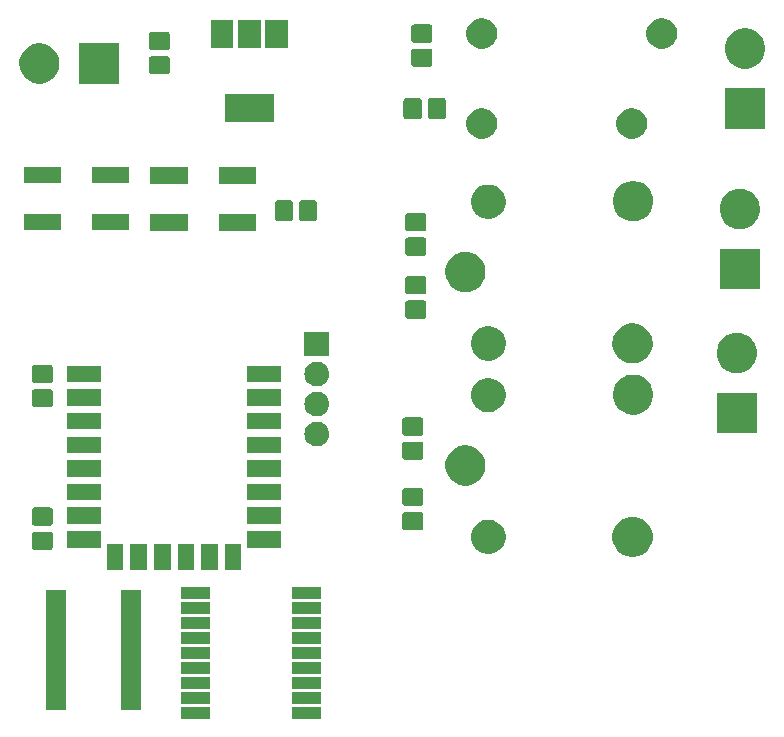
<source format=gbr>
G04 #@! TF.GenerationSoftware,KiCad,Pcbnew,5.0.1-33cea8e~68~ubuntu18.04.1*
G04 #@! TF.CreationDate,2018-11-29T09:05:56+01:00*
G04 #@! TF.ProjectId,Velux,56656C75782E6B696361645F70636200,rev?*
G04 #@! TF.SameCoordinates,Original*
G04 #@! TF.FileFunction,Soldermask,Top*
G04 #@! TF.FilePolarity,Negative*
%FSLAX46Y46*%
G04 Gerber Fmt 4.6, Leading zero omitted, Abs format (unit mm)*
G04 Created by KiCad (PCBNEW 5.0.1-33cea8e~68~ubuntu18.04.1) date jeu. 29 nov. 2018 09:05:56 CET*
%MOMM*%
%LPD*%
G01*
G04 APERTURE LIST*
%ADD10C,0.100000*%
G04 APERTURE END LIST*
D10*
G36*
X159062000Y-105021000D02*
X156662000Y-105021000D01*
X156662000Y-104021000D01*
X159062000Y-104021000D01*
X159062000Y-105021000D01*
X159062000Y-105021000D01*
G37*
G36*
X149662000Y-105021000D02*
X147262000Y-105021000D01*
X147262000Y-104021000D01*
X149662000Y-104021000D01*
X149662000Y-105021000D01*
X149662000Y-105021000D01*
G37*
G36*
X137552000Y-104242000D02*
X135852000Y-104242000D01*
X135852000Y-94142000D01*
X137552000Y-94142000D01*
X137552000Y-104242000D01*
X137552000Y-104242000D01*
G37*
G36*
X143852000Y-104242000D02*
X142152000Y-104242000D01*
X142152000Y-94142000D01*
X143852000Y-94142000D01*
X143852000Y-104242000D01*
X143852000Y-104242000D01*
G37*
G36*
X159062000Y-103751000D02*
X156662000Y-103751000D01*
X156662000Y-102751000D01*
X159062000Y-102751000D01*
X159062000Y-103751000D01*
X159062000Y-103751000D01*
G37*
G36*
X149662000Y-103751000D02*
X147262000Y-103751000D01*
X147262000Y-102751000D01*
X149662000Y-102751000D01*
X149662000Y-103751000D01*
X149662000Y-103751000D01*
G37*
G36*
X149662000Y-102481000D02*
X147262000Y-102481000D01*
X147262000Y-101481000D01*
X149662000Y-101481000D01*
X149662000Y-102481000D01*
X149662000Y-102481000D01*
G37*
G36*
X159062000Y-102481000D02*
X156662000Y-102481000D01*
X156662000Y-101481000D01*
X159062000Y-101481000D01*
X159062000Y-102481000D01*
X159062000Y-102481000D01*
G37*
G36*
X159062000Y-101211000D02*
X156662000Y-101211000D01*
X156662000Y-100211000D01*
X159062000Y-100211000D01*
X159062000Y-101211000D01*
X159062000Y-101211000D01*
G37*
G36*
X149662000Y-101211000D02*
X147262000Y-101211000D01*
X147262000Y-100211000D01*
X149662000Y-100211000D01*
X149662000Y-101211000D01*
X149662000Y-101211000D01*
G37*
G36*
X159062000Y-99941000D02*
X156662000Y-99941000D01*
X156662000Y-98941000D01*
X159062000Y-98941000D01*
X159062000Y-99941000D01*
X159062000Y-99941000D01*
G37*
G36*
X149662000Y-99941000D02*
X147262000Y-99941000D01*
X147262000Y-98941000D01*
X149662000Y-98941000D01*
X149662000Y-99941000D01*
X149662000Y-99941000D01*
G37*
G36*
X159062000Y-98671000D02*
X156662000Y-98671000D01*
X156662000Y-97671000D01*
X159062000Y-97671000D01*
X159062000Y-98671000D01*
X159062000Y-98671000D01*
G37*
G36*
X149662000Y-98671000D02*
X147262000Y-98671000D01*
X147262000Y-97671000D01*
X149662000Y-97671000D01*
X149662000Y-98671000D01*
X149662000Y-98671000D01*
G37*
G36*
X149662000Y-97401000D02*
X147262000Y-97401000D01*
X147262000Y-96401000D01*
X149662000Y-96401000D01*
X149662000Y-97401000D01*
X149662000Y-97401000D01*
G37*
G36*
X159062000Y-97401000D02*
X156662000Y-97401000D01*
X156662000Y-96401000D01*
X159062000Y-96401000D01*
X159062000Y-97401000D01*
X159062000Y-97401000D01*
G37*
G36*
X159062000Y-96131000D02*
X156662000Y-96131000D01*
X156662000Y-95131000D01*
X159062000Y-95131000D01*
X159062000Y-96131000D01*
X159062000Y-96131000D01*
G37*
G36*
X149662000Y-96131000D02*
X147262000Y-96131000D01*
X147262000Y-95131000D01*
X149662000Y-95131000D01*
X149662000Y-96131000D01*
X149662000Y-96131000D01*
G37*
G36*
X159062000Y-94861000D02*
X156662000Y-94861000D01*
X156662000Y-93861000D01*
X159062000Y-93861000D01*
X159062000Y-94861000D01*
X159062000Y-94861000D01*
G37*
G36*
X149662000Y-94861000D02*
X147262000Y-94861000D01*
X147262000Y-93861000D01*
X149662000Y-93861000D01*
X149662000Y-94861000D01*
X149662000Y-94861000D01*
G37*
G36*
X142365000Y-92419000D02*
X140965000Y-92419000D01*
X140965000Y-90219000D01*
X142365000Y-90219000D01*
X142365000Y-92419000D01*
X142365000Y-92419000D01*
G37*
G36*
X150365000Y-92419000D02*
X148965000Y-92419000D01*
X148965000Y-90219000D01*
X150365000Y-90219000D01*
X150365000Y-92419000D01*
X150365000Y-92419000D01*
G37*
G36*
X152365000Y-92419000D02*
X150965000Y-92419000D01*
X150965000Y-90219000D01*
X152365000Y-90219000D01*
X152365000Y-92419000D01*
X152365000Y-92419000D01*
G37*
G36*
X148365000Y-92419000D02*
X146965000Y-92419000D01*
X146965000Y-90219000D01*
X148365000Y-90219000D01*
X148365000Y-92419000D01*
X148365000Y-92419000D01*
G37*
G36*
X146365000Y-92419000D02*
X144965000Y-92419000D01*
X144965000Y-90219000D01*
X146365000Y-90219000D01*
X146365000Y-92419000D01*
X146365000Y-92419000D01*
G37*
G36*
X144365000Y-92419000D02*
X142965000Y-92419000D01*
X142965000Y-90219000D01*
X144365000Y-90219000D01*
X144365000Y-92419000D01*
X144365000Y-92419000D01*
G37*
G36*
X185859393Y-87959553D02*
X185968872Y-87981330D01*
X186278252Y-88109479D01*
X186556687Y-88295523D01*
X186793477Y-88532313D01*
X186979521Y-88810748D01*
X187107670Y-89120128D01*
X187107670Y-89120129D01*
X187169595Y-89431444D01*
X187173000Y-89448565D01*
X187173000Y-89783435D01*
X187107670Y-90111872D01*
X186979521Y-90421252D01*
X186793477Y-90699687D01*
X186556687Y-90936477D01*
X186278252Y-91122521D01*
X185968872Y-91250670D01*
X185859393Y-91272447D01*
X185640437Y-91316000D01*
X185305563Y-91316000D01*
X185086607Y-91272447D01*
X184977128Y-91250670D01*
X184667748Y-91122521D01*
X184389313Y-90936477D01*
X184152523Y-90699687D01*
X183966479Y-90421252D01*
X183838330Y-90111872D01*
X183773000Y-89783435D01*
X183773000Y-89448565D01*
X183776406Y-89431444D01*
X183838330Y-89120129D01*
X183838330Y-89120128D01*
X183966479Y-88810748D01*
X184152523Y-88532313D01*
X184389313Y-88295523D01*
X184667748Y-88109479D01*
X184977128Y-87981330D01*
X185086607Y-87959553D01*
X185305563Y-87916000D01*
X185640437Y-87916000D01*
X185859393Y-87959553D01*
X185859393Y-87959553D01*
G37*
G36*
X173695947Y-88221722D02*
X173959833Y-88331027D01*
X174197324Y-88489713D01*
X174399287Y-88691676D01*
X174557973Y-88929167D01*
X174667278Y-89193053D01*
X174723000Y-89473186D01*
X174723000Y-89758814D01*
X174667278Y-90038947D01*
X174557973Y-90302833D01*
X174399287Y-90540324D01*
X174197324Y-90742287D01*
X173959833Y-90900973D01*
X173695947Y-91010278D01*
X173415814Y-91066000D01*
X173130186Y-91066000D01*
X172850053Y-91010278D01*
X172586167Y-90900973D01*
X172348676Y-90742287D01*
X172146713Y-90540324D01*
X171988027Y-90302833D01*
X171878722Y-90038947D01*
X171823000Y-89758814D01*
X171823000Y-89473186D01*
X171878722Y-89193053D01*
X171988027Y-88929167D01*
X172146713Y-88691676D01*
X172348676Y-88489713D01*
X172586167Y-88331027D01*
X172850053Y-88221722D01*
X173130186Y-88166000D01*
X173415814Y-88166000D01*
X173695947Y-88221722D01*
X173695947Y-88221722D01*
G37*
G36*
X136194530Y-89164710D02*
X136244379Y-89179831D01*
X136290311Y-89204382D01*
X136330574Y-89237426D01*
X136363618Y-89277689D01*
X136388169Y-89323621D01*
X136403290Y-89373470D01*
X136409000Y-89431444D01*
X136409000Y-90436556D01*
X136403290Y-90494530D01*
X136388169Y-90544379D01*
X136363618Y-90590311D01*
X136330574Y-90630574D01*
X136290311Y-90663618D01*
X136244379Y-90688169D01*
X136194530Y-90703290D01*
X136136556Y-90709000D01*
X134881444Y-90709000D01*
X134823470Y-90703290D01*
X134773621Y-90688169D01*
X134727689Y-90663618D01*
X134687426Y-90630574D01*
X134654382Y-90590311D01*
X134629831Y-90544379D01*
X134614710Y-90494530D01*
X134609000Y-90436556D01*
X134609000Y-89431444D01*
X134614710Y-89373470D01*
X134629831Y-89323621D01*
X134654382Y-89277689D01*
X134687426Y-89237426D01*
X134727689Y-89204382D01*
X134773621Y-89179831D01*
X134823470Y-89164710D01*
X134881444Y-89159000D01*
X136136556Y-89159000D01*
X136194530Y-89164710D01*
X136194530Y-89164710D01*
G37*
G36*
X155715000Y-90519000D02*
X152815000Y-90519000D01*
X152815000Y-89119000D01*
X155715000Y-89119000D01*
X155715000Y-90519000D01*
X155715000Y-90519000D01*
G37*
G36*
X140515000Y-90519000D02*
X137615000Y-90519000D01*
X137615000Y-89119000D01*
X140515000Y-89119000D01*
X140515000Y-90519000D01*
X140515000Y-90519000D01*
G37*
G36*
X167563530Y-87495710D02*
X167613379Y-87510831D01*
X167659311Y-87535382D01*
X167699574Y-87568426D01*
X167732618Y-87608689D01*
X167757169Y-87654621D01*
X167772290Y-87704470D01*
X167778000Y-87762444D01*
X167778000Y-88767556D01*
X167772290Y-88825530D01*
X167757169Y-88875379D01*
X167732618Y-88921311D01*
X167699574Y-88961574D01*
X167659311Y-88994618D01*
X167613379Y-89019169D01*
X167563530Y-89034290D01*
X167505556Y-89040000D01*
X166250444Y-89040000D01*
X166192470Y-89034290D01*
X166142621Y-89019169D01*
X166096689Y-88994618D01*
X166056426Y-88961574D01*
X166023382Y-88921311D01*
X165998831Y-88875379D01*
X165983710Y-88825530D01*
X165978000Y-88767556D01*
X165978000Y-87762444D01*
X165983710Y-87704470D01*
X165998831Y-87654621D01*
X166023382Y-87608689D01*
X166056426Y-87568426D01*
X166096689Y-87535382D01*
X166142621Y-87510831D01*
X166192470Y-87495710D01*
X166250444Y-87490000D01*
X167505556Y-87490000D01*
X167563530Y-87495710D01*
X167563530Y-87495710D01*
G37*
G36*
X136194530Y-87114710D02*
X136244379Y-87129831D01*
X136290311Y-87154382D01*
X136330574Y-87187426D01*
X136363618Y-87227689D01*
X136388169Y-87273621D01*
X136403290Y-87323470D01*
X136409000Y-87381444D01*
X136409000Y-88386556D01*
X136403290Y-88444530D01*
X136388169Y-88494379D01*
X136363618Y-88540311D01*
X136330574Y-88580574D01*
X136290311Y-88613618D01*
X136244379Y-88638169D01*
X136194530Y-88653290D01*
X136136556Y-88659000D01*
X134881444Y-88659000D01*
X134823470Y-88653290D01*
X134773621Y-88638169D01*
X134727689Y-88613618D01*
X134687426Y-88580574D01*
X134654382Y-88540311D01*
X134629831Y-88494379D01*
X134614710Y-88444530D01*
X134609000Y-88386556D01*
X134609000Y-87381444D01*
X134614710Y-87323470D01*
X134629831Y-87273621D01*
X134654382Y-87227689D01*
X134687426Y-87187426D01*
X134727689Y-87154382D01*
X134773621Y-87129831D01*
X134823470Y-87114710D01*
X134881444Y-87109000D01*
X136136556Y-87109000D01*
X136194530Y-87114710D01*
X136194530Y-87114710D01*
G37*
G36*
X155715000Y-88519000D02*
X152815000Y-88519000D01*
X152815000Y-87119000D01*
X155715000Y-87119000D01*
X155715000Y-88519000D01*
X155715000Y-88519000D01*
G37*
G36*
X140515000Y-88519000D02*
X137615000Y-88519000D01*
X137615000Y-87119000D01*
X140515000Y-87119000D01*
X140515000Y-88519000D01*
X140515000Y-88519000D01*
G37*
G36*
X167563530Y-85445710D02*
X167613379Y-85460831D01*
X167659311Y-85485382D01*
X167699574Y-85518426D01*
X167732618Y-85558689D01*
X167757169Y-85604621D01*
X167772290Y-85654470D01*
X167778000Y-85712444D01*
X167778000Y-86717556D01*
X167772290Y-86775530D01*
X167757169Y-86825379D01*
X167732618Y-86871311D01*
X167699574Y-86911574D01*
X167659311Y-86944618D01*
X167613379Y-86969169D01*
X167563530Y-86984290D01*
X167505556Y-86990000D01*
X166250444Y-86990000D01*
X166192470Y-86984290D01*
X166142621Y-86969169D01*
X166096689Y-86944618D01*
X166056426Y-86911574D01*
X166023382Y-86871311D01*
X165998831Y-86825379D01*
X165983710Y-86775530D01*
X165978000Y-86717556D01*
X165978000Y-85712444D01*
X165983710Y-85654470D01*
X165998831Y-85604621D01*
X166023382Y-85558689D01*
X166056426Y-85518426D01*
X166096689Y-85485382D01*
X166142621Y-85460831D01*
X166192470Y-85445710D01*
X166250444Y-85440000D01*
X167505556Y-85440000D01*
X167563530Y-85445710D01*
X167563530Y-85445710D01*
G37*
G36*
X140515000Y-86519000D02*
X137615000Y-86519000D01*
X137615000Y-85119000D01*
X140515000Y-85119000D01*
X140515000Y-86519000D01*
X140515000Y-86519000D01*
G37*
G36*
X155715000Y-86519000D02*
X152815000Y-86519000D01*
X152815000Y-85119000D01*
X155715000Y-85119000D01*
X155715000Y-86519000D01*
X155715000Y-86519000D01*
G37*
G36*
X171709393Y-81909553D02*
X171818872Y-81931330D01*
X172128252Y-82059479D01*
X172406687Y-82245523D01*
X172643477Y-82482313D01*
X172829521Y-82760748D01*
X172957670Y-83070128D01*
X173023000Y-83398565D01*
X173023000Y-83733435D01*
X172957670Y-84061872D01*
X172829521Y-84371252D01*
X172643477Y-84649687D01*
X172406687Y-84886477D01*
X172128252Y-85072521D01*
X171818872Y-85200670D01*
X171709393Y-85222447D01*
X171490437Y-85266000D01*
X171155563Y-85266000D01*
X170936607Y-85222447D01*
X170827128Y-85200670D01*
X170517748Y-85072521D01*
X170239313Y-84886477D01*
X170002523Y-84649687D01*
X169816479Y-84371252D01*
X169688330Y-84061872D01*
X169623000Y-83733435D01*
X169623000Y-83398565D01*
X169688330Y-83070128D01*
X169816479Y-82760748D01*
X170002523Y-82482313D01*
X170239313Y-82245523D01*
X170517748Y-82059479D01*
X170827128Y-81931330D01*
X170936607Y-81909553D01*
X171155563Y-81866000D01*
X171490437Y-81866000D01*
X171709393Y-81909553D01*
X171709393Y-81909553D01*
G37*
G36*
X140515000Y-84519000D02*
X137615000Y-84519000D01*
X137615000Y-83119000D01*
X140515000Y-83119000D01*
X140515000Y-84519000D01*
X140515000Y-84519000D01*
G37*
G36*
X155715000Y-84519000D02*
X152815000Y-84519000D01*
X152815000Y-83119000D01*
X155715000Y-83119000D01*
X155715000Y-84519000D01*
X155715000Y-84519000D01*
G37*
G36*
X167563530Y-81544710D02*
X167613379Y-81559831D01*
X167659311Y-81584382D01*
X167699574Y-81617426D01*
X167732618Y-81657689D01*
X167757169Y-81703621D01*
X167772290Y-81753470D01*
X167778000Y-81811444D01*
X167778000Y-82816556D01*
X167772290Y-82874530D01*
X167757169Y-82924379D01*
X167732618Y-82970311D01*
X167699574Y-83010574D01*
X167659311Y-83043618D01*
X167613379Y-83068169D01*
X167563530Y-83083290D01*
X167505556Y-83089000D01*
X166250444Y-83089000D01*
X166192470Y-83083290D01*
X166142621Y-83068169D01*
X166096689Y-83043618D01*
X166056426Y-83010574D01*
X166023382Y-82970311D01*
X165998831Y-82924379D01*
X165983710Y-82874530D01*
X165978000Y-82816556D01*
X165978000Y-81811444D01*
X165983710Y-81753470D01*
X165998831Y-81703621D01*
X166023382Y-81657689D01*
X166056426Y-81617426D01*
X166096689Y-81584382D01*
X166142621Y-81559831D01*
X166192470Y-81544710D01*
X166250444Y-81539000D01*
X167505556Y-81539000D01*
X167563530Y-81544710D01*
X167563530Y-81544710D01*
G37*
G36*
X140515000Y-82519000D02*
X137615000Y-82519000D01*
X137615000Y-81119000D01*
X140515000Y-81119000D01*
X140515000Y-82519000D01*
X140515000Y-82519000D01*
G37*
G36*
X155715000Y-82519000D02*
X152815000Y-82519000D01*
X152815000Y-81119000D01*
X155715000Y-81119000D01*
X155715000Y-82519000D01*
X155715000Y-82519000D01*
G37*
G36*
X158878707Y-79856597D02*
X158955836Y-79864193D01*
X159087787Y-79904220D01*
X159153763Y-79924233D01*
X159336172Y-80021733D01*
X159496054Y-80152946D01*
X159627267Y-80312828D01*
X159724767Y-80495237D01*
X159724767Y-80495238D01*
X159784807Y-80693164D01*
X159805080Y-80899000D01*
X159784807Y-81104836D01*
X159780510Y-81119000D01*
X159724767Y-81302763D01*
X159627267Y-81485172D01*
X159496054Y-81645054D01*
X159336172Y-81776267D01*
X159153763Y-81873767D01*
X159087787Y-81893780D01*
X158955836Y-81933807D01*
X158878707Y-81941404D01*
X158801580Y-81949000D01*
X158698420Y-81949000D01*
X158621293Y-81941404D01*
X158544164Y-81933807D01*
X158412213Y-81893780D01*
X158346237Y-81873767D01*
X158163828Y-81776267D01*
X158003946Y-81645054D01*
X157872733Y-81485172D01*
X157775233Y-81302763D01*
X157719490Y-81119000D01*
X157715193Y-81104836D01*
X157694920Y-80899000D01*
X157715193Y-80693164D01*
X157775233Y-80495238D01*
X157775233Y-80495237D01*
X157872733Y-80312828D01*
X158003946Y-80152946D01*
X158163828Y-80021733D01*
X158346237Y-79924233D01*
X158412213Y-79904220D01*
X158544164Y-79864193D01*
X158621293Y-79856597D01*
X158698420Y-79849000D01*
X158801580Y-79849000D01*
X158878707Y-79856597D01*
X158878707Y-79856597D01*
G37*
G36*
X167563530Y-79494710D02*
X167613379Y-79509831D01*
X167659311Y-79534382D01*
X167699574Y-79567426D01*
X167732618Y-79607689D01*
X167757169Y-79653621D01*
X167772290Y-79703470D01*
X167778000Y-79761444D01*
X167778000Y-80766556D01*
X167772290Y-80824530D01*
X167757169Y-80874379D01*
X167732618Y-80920311D01*
X167699574Y-80960574D01*
X167659311Y-80993618D01*
X167613379Y-81018169D01*
X167563530Y-81033290D01*
X167505556Y-81039000D01*
X166250444Y-81039000D01*
X166192470Y-81033290D01*
X166142621Y-81018169D01*
X166096689Y-80993618D01*
X166056426Y-80960574D01*
X166023382Y-80920311D01*
X165998831Y-80874379D01*
X165983710Y-80824530D01*
X165978000Y-80766556D01*
X165978000Y-79761444D01*
X165983710Y-79703470D01*
X165998831Y-79653621D01*
X166023382Y-79607689D01*
X166056426Y-79567426D01*
X166096689Y-79534382D01*
X166142621Y-79509831D01*
X166192470Y-79494710D01*
X166250444Y-79489000D01*
X167505556Y-79489000D01*
X167563530Y-79494710D01*
X167563530Y-79494710D01*
G37*
G36*
X196010000Y-80821000D02*
X192610000Y-80821000D01*
X192610000Y-77421000D01*
X196010000Y-77421000D01*
X196010000Y-80821000D01*
X196010000Y-80821000D01*
G37*
G36*
X155715000Y-80519000D02*
X152815000Y-80519000D01*
X152815000Y-79119000D01*
X155715000Y-79119000D01*
X155715000Y-80519000D01*
X155715000Y-80519000D01*
G37*
G36*
X140515000Y-80519000D02*
X137615000Y-80519000D01*
X137615000Y-79119000D01*
X140515000Y-79119000D01*
X140515000Y-80519000D01*
X140515000Y-80519000D01*
G37*
G36*
X158878707Y-77316597D02*
X158955836Y-77324193D01*
X159087787Y-77364220D01*
X159153763Y-77384233D01*
X159336172Y-77481733D01*
X159496054Y-77612946D01*
X159627267Y-77772828D01*
X159724767Y-77955237D01*
X159724767Y-77955238D01*
X159784807Y-78153164D01*
X159805080Y-78359000D01*
X159784807Y-78564836D01*
X159784583Y-78565574D01*
X159724767Y-78762763D01*
X159627267Y-78945172D01*
X159496054Y-79105054D01*
X159336172Y-79236267D01*
X159153763Y-79333767D01*
X159087787Y-79353780D01*
X158955836Y-79393807D01*
X158878707Y-79401403D01*
X158801580Y-79409000D01*
X158698420Y-79409000D01*
X158621293Y-79401403D01*
X158544164Y-79393807D01*
X158412213Y-79353780D01*
X158346237Y-79333767D01*
X158163828Y-79236267D01*
X158003946Y-79105054D01*
X157872733Y-78945172D01*
X157775233Y-78762763D01*
X157715417Y-78565574D01*
X157715193Y-78564836D01*
X157694920Y-78359000D01*
X157715193Y-78153164D01*
X157775233Y-77955238D01*
X157775233Y-77955237D01*
X157872733Y-77772828D01*
X158003946Y-77612946D01*
X158163828Y-77481733D01*
X158346237Y-77384233D01*
X158412213Y-77364220D01*
X158544164Y-77324193D01*
X158621293Y-77316597D01*
X158698420Y-77309000D01*
X158801580Y-77309000D01*
X158878707Y-77316597D01*
X158878707Y-77316597D01*
G37*
G36*
X185909393Y-75909553D02*
X186018872Y-75931330D01*
X186328252Y-76059479D01*
X186606687Y-76245523D01*
X186843477Y-76482313D01*
X187029521Y-76760748D01*
X187074360Y-76869000D01*
X187157670Y-77070129D01*
X187223000Y-77398563D01*
X187223000Y-77733437D01*
X187215164Y-77772829D01*
X187157670Y-78061872D01*
X187029521Y-78371252D01*
X186843477Y-78649687D01*
X186606687Y-78886477D01*
X186328252Y-79072521D01*
X186018872Y-79200670D01*
X185909393Y-79222447D01*
X185690437Y-79266000D01*
X185355563Y-79266000D01*
X185136607Y-79222447D01*
X185027128Y-79200670D01*
X184717748Y-79072521D01*
X184439313Y-78886477D01*
X184202523Y-78649687D01*
X184016479Y-78371252D01*
X183888330Y-78061872D01*
X183830836Y-77772829D01*
X183823000Y-77733437D01*
X183823000Y-77398563D01*
X183888330Y-77070129D01*
X183971640Y-76869000D01*
X184016479Y-76760748D01*
X184202523Y-76482313D01*
X184439313Y-76245523D01*
X184717748Y-76059479D01*
X185027128Y-75931330D01*
X185136607Y-75909553D01*
X185355563Y-75866000D01*
X185690437Y-75866000D01*
X185909393Y-75909553D01*
X185909393Y-75909553D01*
G37*
G36*
X173695947Y-76221722D02*
X173959833Y-76331027D01*
X174197324Y-76489713D01*
X174399287Y-76691676D01*
X174557973Y-76929167D01*
X174667278Y-77193053D01*
X174723000Y-77473186D01*
X174723000Y-77758814D01*
X174667278Y-78038947D01*
X174557973Y-78302833D01*
X174399287Y-78540324D01*
X174197324Y-78742287D01*
X173959833Y-78900973D01*
X173695947Y-79010278D01*
X173415814Y-79066000D01*
X173130186Y-79066000D01*
X172850053Y-79010278D01*
X172586167Y-78900973D01*
X172348676Y-78742287D01*
X172146713Y-78540324D01*
X171988027Y-78302833D01*
X171878722Y-78038947D01*
X171823000Y-77758814D01*
X171823000Y-77473186D01*
X171878722Y-77193053D01*
X171988027Y-76929167D01*
X172146713Y-76691676D01*
X172348676Y-76489713D01*
X172586167Y-76331027D01*
X172850053Y-76221722D01*
X173130186Y-76166000D01*
X173415814Y-76166000D01*
X173695947Y-76221722D01*
X173695947Y-76221722D01*
G37*
G36*
X136194530Y-77099710D02*
X136244379Y-77114831D01*
X136290311Y-77139382D01*
X136330574Y-77172426D01*
X136363618Y-77212689D01*
X136388169Y-77258621D01*
X136403290Y-77308470D01*
X136409000Y-77366444D01*
X136409000Y-78371556D01*
X136403290Y-78429530D01*
X136388169Y-78479379D01*
X136363618Y-78525311D01*
X136330574Y-78565574D01*
X136290311Y-78598618D01*
X136244379Y-78623169D01*
X136194530Y-78638290D01*
X136136556Y-78644000D01*
X134881444Y-78644000D01*
X134823470Y-78638290D01*
X134773621Y-78623169D01*
X134727689Y-78598618D01*
X134687426Y-78565574D01*
X134654382Y-78525311D01*
X134629831Y-78479379D01*
X134614710Y-78429530D01*
X134609000Y-78371556D01*
X134609000Y-77366444D01*
X134614710Y-77308470D01*
X134629831Y-77258621D01*
X134654382Y-77212689D01*
X134687426Y-77172426D01*
X134727689Y-77139382D01*
X134773621Y-77114831D01*
X134823470Y-77099710D01*
X134881444Y-77094000D01*
X136136556Y-77094000D01*
X136194530Y-77099710D01*
X136194530Y-77099710D01*
G37*
G36*
X155715000Y-78519000D02*
X152815000Y-78519000D01*
X152815000Y-77119000D01*
X155715000Y-77119000D01*
X155715000Y-78519000D01*
X155715000Y-78519000D01*
G37*
G36*
X140515000Y-78519000D02*
X137615000Y-78519000D01*
X137615000Y-77119000D01*
X140515000Y-77119000D01*
X140515000Y-78519000D01*
X140515000Y-78519000D01*
G37*
G36*
X158878707Y-74776597D02*
X158955836Y-74784193D01*
X159087787Y-74824220D01*
X159153763Y-74844233D01*
X159336172Y-74941733D01*
X159496054Y-75072946D01*
X159627267Y-75232828D01*
X159724767Y-75415237D01*
X159724767Y-75415238D01*
X159784807Y-75613164D01*
X159805080Y-75819000D01*
X159784807Y-76024836D01*
X159774298Y-76059479D01*
X159724767Y-76222763D01*
X159627267Y-76405172D01*
X159496054Y-76565054D01*
X159336172Y-76696267D01*
X159153763Y-76793767D01*
X159087787Y-76813780D01*
X158955836Y-76853807D01*
X158878707Y-76861404D01*
X158801580Y-76869000D01*
X158698420Y-76869000D01*
X158621293Y-76861404D01*
X158544164Y-76853807D01*
X158412213Y-76813780D01*
X158346237Y-76793767D01*
X158163828Y-76696267D01*
X158003946Y-76565054D01*
X157872733Y-76405172D01*
X157775233Y-76222763D01*
X157725702Y-76059479D01*
X157715193Y-76024836D01*
X157694920Y-75819000D01*
X157715193Y-75613164D01*
X157775233Y-75415238D01*
X157775233Y-75415237D01*
X157872733Y-75232828D01*
X158003946Y-75072946D01*
X158163828Y-74941733D01*
X158346237Y-74844233D01*
X158412213Y-74824220D01*
X158544164Y-74784193D01*
X158621293Y-74776597D01*
X158698420Y-74769000D01*
X158801580Y-74769000D01*
X158878707Y-74776597D01*
X158878707Y-74776597D01*
G37*
G36*
X136194530Y-75049710D02*
X136244379Y-75064831D01*
X136290311Y-75089382D01*
X136330574Y-75122426D01*
X136363618Y-75162689D01*
X136388169Y-75208621D01*
X136403290Y-75258470D01*
X136409000Y-75316444D01*
X136409000Y-76321556D01*
X136403290Y-76379530D01*
X136388169Y-76429379D01*
X136363618Y-76475311D01*
X136330574Y-76515574D01*
X136290311Y-76548618D01*
X136244379Y-76573169D01*
X136194530Y-76588290D01*
X136136556Y-76594000D01*
X134881444Y-76594000D01*
X134823470Y-76588290D01*
X134773621Y-76573169D01*
X134727689Y-76548618D01*
X134687426Y-76515574D01*
X134654382Y-76475311D01*
X134629831Y-76429379D01*
X134614710Y-76379530D01*
X134609000Y-76321556D01*
X134609000Y-75316444D01*
X134614710Y-75258470D01*
X134629831Y-75208621D01*
X134654382Y-75162689D01*
X134687426Y-75122426D01*
X134727689Y-75089382D01*
X134773621Y-75064831D01*
X134823470Y-75049710D01*
X134881444Y-75044000D01*
X136136556Y-75044000D01*
X136194530Y-75049710D01*
X136194530Y-75049710D01*
G37*
G36*
X155715000Y-76519000D02*
X152815000Y-76519000D01*
X152815000Y-75119000D01*
X155715000Y-75119000D01*
X155715000Y-76519000D01*
X155715000Y-76519000D01*
G37*
G36*
X140515000Y-76519000D02*
X137615000Y-76519000D01*
X137615000Y-75119000D01*
X140515000Y-75119000D01*
X140515000Y-76519000D01*
X140515000Y-76519000D01*
G37*
G36*
X194696393Y-72384553D02*
X194805872Y-72406330D01*
X195115252Y-72534479D01*
X195393687Y-72720523D01*
X195630477Y-72957313D01*
X195816521Y-73235748D01*
X195884736Y-73400435D01*
X195944670Y-73545129D01*
X196010000Y-73873563D01*
X196010000Y-74208437D01*
X195988467Y-74316689D01*
X195944670Y-74536872D01*
X195816521Y-74846252D01*
X195630477Y-75124687D01*
X195393687Y-75361477D01*
X195115252Y-75547521D01*
X194805872Y-75675670D01*
X194696393Y-75697447D01*
X194477437Y-75741000D01*
X194142563Y-75741000D01*
X193923607Y-75697447D01*
X193814128Y-75675670D01*
X193504748Y-75547521D01*
X193226313Y-75361477D01*
X192989523Y-75124687D01*
X192803479Y-74846252D01*
X192675330Y-74536872D01*
X192631533Y-74316689D01*
X192610000Y-74208437D01*
X192610000Y-73873563D01*
X192675330Y-73545129D01*
X192735264Y-73400435D01*
X192803479Y-73235748D01*
X192989523Y-72957313D01*
X193226313Y-72720523D01*
X193504748Y-72534479D01*
X193814128Y-72406330D01*
X193923607Y-72384553D01*
X194142563Y-72341000D01*
X194477437Y-72341000D01*
X194696393Y-72384553D01*
X194696393Y-72384553D01*
G37*
G36*
X185859393Y-71576553D02*
X185968872Y-71598330D01*
X186278252Y-71726479D01*
X186556687Y-71912523D01*
X186793477Y-72149313D01*
X186979521Y-72427748D01*
X187100792Y-72720523D01*
X187107670Y-72737129D01*
X187151468Y-72957313D01*
X187173000Y-73065565D01*
X187173000Y-73400435D01*
X187107670Y-73728872D01*
X186979521Y-74038252D01*
X186793477Y-74316687D01*
X186556687Y-74553477D01*
X186278252Y-74739521D01*
X185968872Y-74867670D01*
X185859393Y-74889447D01*
X185640437Y-74933000D01*
X185305563Y-74933000D01*
X185086607Y-74889447D01*
X184977128Y-74867670D01*
X184667748Y-74739521D01*
X184389313Y-74553477D01*
X184152523Y-74316687D01*
X183966479Y-74038252D01*
X183838330Y-73728872D01*
X183773000Y-73400435D01*
X183773000Y-73065565D01*
X183794533Y-72957313D01*
X183838330Y-72737129D01*
X183845208Y-72720523D01*
X183966479Y-72427748D01*
X184152523Y-72149313D01*
X184389313Y-71912523D01*
X184667748Y-71726479D01*
X184977128Y-71598330D01*
X185086607Y-71576553D01*
X185305563Y-71533000D01*
X185640437Y-71533000D01*
X185859393Y-71576553D01*
X185859393Y-71576553D01*
G37*
G36*
X173695947Y-71838722D02*
X173959833Y-71948027D01*
X174197324Y-72106713D01*
X174399287Y-72308676D01*
X174557973Y-72546167D01*
X174667278Y-72810053D01*
X174723000Y-73090186D01*
X174723000Y-73375814D01*
X174667278Y-73655947D01*
X174557973Y-73919833D01*
X174399287Y-74157324D01*
X174197324Y-74359287D01*
X173959833Y-74517973D01*
X173695947Y-74627278D01*
X173415814Y-74683000D01*
X173130186Y-74683000D01*
X172850053Y-74627278D01*
X172586167Y-74517973D01*
X172348676Y-74359287D01*
X172146713Y-74157324D01*
X171988027Y-73919833D01*
X171878722Y-73655947D01*
X171823000Y-73375814D01*
X171823000Y-73090186D01*
X171878722Y-72810053D01*
X171988027Y-72546167D01*
X172146713Y-72308676D01*
X172348676Y-72106713D01*
X172586167Y-71948027D01*
X172850053Y-71838722D01*
X173130186Y-71783000D01*
X173415814Y-71783000D01*
X173695947Y-71838722D01*
X173695947Y-71838722D01*
G37*
G36*
X159800000Y-74329000D02*
X157700000Y-74329000D01*
X157700000Y-72229000D01*
X159800000Y-72229000D01*
X159800000Y-74329000D01*
X159800000Y-74329000D01*
G37*
G36*
X167817530Y-69597710D02*
X167867379Y-69612831D01*
X167913311Y-69637382D01*
X167953574Y-69670426D01*
X167986618Y-69710689D01*
X168011169Y-69756621D01*
X168026290Y-69806470D01*
X168032000Y-69864444D01*
X168032000Y-70869556D01*
X168026290Y-70927530D01*
X168011169Y-70977379D01*
X167986618Y-71023311D01*
X167953574Y-71063574D01*
X167913311Y-71096618D01*
X167867379Y-71121169D01*
X167817530Y-71136290D01*
X167759556Y-71142000D01*
X166504444Y-71142000D01*
X166446470Y-71136290D01*
X166396621Y-71121169D01*
X166350689Y-71096618D01*
X166310426Y-71063574D01*
X166277382Y-71023311D01*
X166252831Y-70977379D01*
X166237710Y-70927530D01*
X166232000Y-70869556D01*
X166232000Y-69864444D01*
X166237710Y-69806470D01*
X166252831Y-69756621D01*
X166277382Y-69710689D01*
X166310426Y-69670426D01*
X166350689Y-69637382D01*
X166396621Y-69612831D01*
X166446470Y-69597710D01*
X166504444Y-69592000D01*
X167759556Y-69592000D01*
X167817530Y-69597710D01*
X167817530Y-69597710D01*
G37*
G36*
X167817530Y-67547710D02*
X167867379Y-67562831D01*
X167913311Y-67587382D01*
X167953574Y-67620426D01*
X167986618Y-67660689D01*
X168011169Y-67706621D01*
X168026290Y-67756470D01*
X168032000Y-67814444D01*
X168032000Y-68819556D01*
X168026290Y-68877530D01*
X168011169Y-68927379D01*
X167986618Y-68973311D01*
X167953574Y-69013574D01*
X167913311Y-69046618D01*
X167867379Y-69071169D01*
X167817530Y-69086290D01*
X167759556Y-69092000D01*
X166504444Y-69092000D01*
X166446470Y-69086290D01*
X166396621Y-69071169D01*
X166350689Y-69046618D01*
X166310426Y-69013574D01*
X166277382Y-68973311D01*
X166252831Y-68927379D01*
X166237710Y-68877530D01*
X166232000Y-68819556D01*
X166232000Y-67814444D01*
X166237710Y-67756470D01*
X166252831Y-67706621D01*
X166277382Y-67660689D01*
X166310426Y-67620426D01*
X166350689Y-67587382D01*
X166396621Y-67562831D01*
X166446470Y-67547710D01*
X166504444Y-67542000D01*
X167759556Y-67542000D01*
X167817530Y-67547710D01*
X167817530Y-67547710D01*
G37*
G36*
X171709393Y-65526553D02*
X171818872Y-65548330D01*
X172128252Y-65676479D01*
X172406687Y-65862523D01*
X172643477Y-66099313D01*
X172829521Y-66377748D01*
X172957670Y-66687128D01*
X172957670Y-66687129D01*
X173023000Y-67015563D01*
X173023000Y-67350437D01*
X172983760Y-67547710D01*
X172957670Y-67678872D01*
X172829521Y-67988252D01*
X172643477Y-68266687D01*
X172406687Y-68503477D01*
X172128252Y-68689521D01*
X171818872Y-68817670D01*
X171709393Y-68839447D01*
X171490437Y-68883000D01*
X171155563Y-68883000D01*
X170936607Y-68839447D01*
X170827128Y-68817670D01*
X170517748Y-68689521D01*
X170239313Y-68503477D01*
X170002523Y-68266687D01*
X169816479Y-67988252D01*
X169688330Y-67678872D01*
X169662240Y-67547710D01*
X169623000Y-67350437D01*
X169623000Y-67015563D01*
X169688330Y-66687129D01*
X169688330Y-66687128D01*
X169816479Y-66377748D01*
X170002523Y-66099313D01*
X170239313Y-65862523D01*
X170517748Y-65676479D01*
X170827128Y-65548330D01*
X170936607Y-65526553D01*
X171155563Y-65483000D01*
X171490437Y-65483000D01*
X171709393Y-65526553D01*
X171709393Y-65526553D01*
G37*
G36*
X196264000Y-68629000D02*
X192864000Y-68629000D01*
X192864000Y-65229000D01*
X196264000Y-65229000D01*
X196264000Y-68629000D01*
X196264000Y-68629000D01*
G37*
G36*
X167817530Y-64254710D02*
X167867379Y-64269831D01*
X167913311Y-64294382D01*
X167953574Y-64327426D01*
X167986618Y-64367689D01*
X168011169Y-64413621D01*
X168026290Y-64463470D01*
X168032000Y-64521444D01*
X168032000Y-65526556D01*
X168026290Y-65584530D01*
X168011169Y-65634379D01*
X167986618Y-65680311D01*
X167953574Y-65720574D01*
X167913311Y-65753618D01*
X167867379Y-65778169D01*
X167817530Y-65793290D01*
X167759556Y-65799000D01*
X166504444Y-65799000D01*
X166446470Y-65793290D01*
X166396621Y-65778169D01*
X166350689Y-65753618D01*
X166310426Y-65720574D01*
X166277382Y-65680311D01*
X166252831Y-65634379D01*
X166237710Y-65584530D01*
X166232000Y-65526556D01*
X166232000Y-64521444D01*
X166237710Y-64463470D01*
X166252831Y-64413621D01*
X166277382Y-64367689D01*
X166310426Y-64327426D01*
X166350689Y-64294382D01*
X166396621Y-64269831D01*
X166446470Y-64254710D01*
X166504444Y-64249000D01*
X167759556Y-64249000D01*
X167817530Y-64254710D01*
X167817530Y-64254710D01*
G37*
G36*
X167817530Y-62204710D02*
X167867379Y-62219831D01*
X167913311Y-62244382D01*
X167953574Y-62277426D01*
X167986618Y-62317689D01*
X168011169Y-62363621D01*
X168026290Y-62413470D01*
X168032000Y-62471444D01*
X168032000Y-63476556D01*
X168026290Y-63534530D01*
X168011169Y-63584379D01*
X167986618Y-63630311D01*
X167953574Y-63670574D01*
X167913311Y-63703618D01*
X167867379Y-63728169D01*
X167817530Y-63743290D01*
X167759556Y-63749000D01*
X166504444Y-63749000D01*
X166446470Y-63743290D01*
X166396621Y-63728169D01*
X166350689Y-63703618D01*
X166310426Y-63670574D01*
X166277382Y-63630311D01*
X166252831Y-63584379D01*
X166237710Y-63534530D01*
X166232000Y-63476556D01*
X166232000Y-62471444D01*
X166237710Y-62413470D01*
X166252831Y-62363621D01*
X166277382Y-62317689D01*
X166310426Y-62277426D01*
X166350689Y-62244382D01*
X166396621Y-62219831D01*
X166446470Y-62204710D01*
X166504444Y-62199000D01*
X167759556Y-62199000D01*
X167817530Y-62204710D01*
X167817530Y-62204710D01*
G37*
G36*
X153575000Y-63700000D02*
X150425000Y-63700000D01*
X150425000Y-62300000D01*
X153575000Y-62300000D01*
X153575000Y-63700000D01*
X153575000Y-63700000D01*
G37*
G36*
X147815000Y-63700000D02*
X144665000Y-63700000D01*
X144665000Y-62300000D01*
X147815000Y-62300000D01*
X147815000Y-63700000D01*
X147815000Y-63700000D01*
G37*
G36*
X142885000Y-63660000D02*
X139735000Y-63660000D01*
X139735000Y-62260000D01*
X142885000Y-62260000D01*
X142885000Y-63660000D01*
X142885000Y-63660000D01*
G37*
G36*
X137125000Y-63660000D02*
X133975000Y-63660000D01*
X133975000Y-62260000D01*
X137125000Y-62260000D01*
X137125000Y-63660000D01*
X137125000Y-63660000D01*
G37*
G36*
X194950393Y-60192553D02*
X195059872Y-60214330D01*
X195369252Y-60342479D01*
X195647687Y-60528523D01*
X195884477Y-60765313D01*
X196070521Y-61043748D01*
X196198670Y-61353128D01*
X196215344Y-61436956D01*
X196263465Y-61678872D01*
X196264000Y-61681565D01*
X196264000Y-62016435D01*
X196198670Y-62344872D01*
X196070521Y-62654252D01*
X195884477Y-62932687D01*
X195647687Y-63169477D01*
X195369252Y-63355521D01*
X195059872Y-63483670D01*
X194950393Y-63505447D01*
X194731437Y-63549000D01*
X194396563Y-63549000D01*
X194177607Y-63505447D01*
X194068128Y-63483670D01*
X193758748Y-63355521D01*
X193480313Y-63169477D01*
X193243523Y-62932687D01*
X193057479Y-62654252D01*
X192929330Y-62344872D01*
X192864000Y-62016435D01*
X192864000Y-61681565D01*
X192864536Y-61678872D01*
X192912656Y-61436956D01*
X192929330Y-61353128D01*
X193057479Y-61043748D01*
X193243523Y-60765313D01*
X193480313Y-60528523D01*
X193758748Y-60342479D01*
X194068128Y-60214330D01*
X194177607Y-60192553D01*
X194396563Y-60149000D01*
X194731437Y-60149000D01*
X194950393Y-60192553D01*
X194950393Y-60192553D01*
G37*
G36*
X156510530Y-61105710D02*
X156560379Y-61120831D01*
X156606311Y-61145382D01*
X156646574Y-61178426D01*
X156679618Y-61218689D01*
X156704169Y-61264621D01*
X156719290Y-61314470D01*
X156725000Y-61372444D01*
X156725000Y-62627556D01*
X156719290Y-62685530D01*
X156704169Y-62735379D01*
X156679618Y-62781311D01*
X156646574Y-62821574D01*
X156606311Y-62854618D01*
X156560379Y-62879169D01*
X156510530Y-62894290D01*
X156452556Y-62900000D01*
X155447444Y-62900000D01*
X155389470Y-62894290D01*
X155339621Y-62879169D01*
X155293689Y-62854618D01*
X155253426Y-62821574D01*
X155220382Y-62781311D01*
X155195831Y-62735379D01*
X155180710Y-62685530D01*
X155175000Y-62627556D01*
X155175000Y-61372444D01*
X155180710Y-61314470D01*
X155195831Y-61264621D01*
X155220382Y-61218689D01*
X155253426Y-61178426D01*
X155293689Y-61145382D01*
X155339621Y-61120831D01*
X155389470Y-61105710D01*
X155447444Y-61100000D01*
X156452556Y-61100000D01*
X156510530Y-61105710D01*
X156510530Y-61105710D01*
G37*
G36*
X158560530Y-61105710D02*
X158610379Y-61120831D01*
X158656311Y-61145382D01*
X158696574Y-61178426D01*
X158729618Y-61218689D01*
X158754169Y-61264621D01*
X158769290Y-61314470D01*
X158775000Y-61372444D01*
X158775000Y-62627556D01*
X158769290Y-62685530D01*
X158754169Y-62735379D01*
X158729618Y-62781311D01*
X158696574Y-62821574D01*
X158656311Y-62854618D01*
X158610379Y-62879169D01*
X158560530Y-62894290D01*
X158502556Y-62900000D01*
X157497444Y-62900000D01*
X157439470Y-62894290D01*
X157389621Y-62879169D01*
X157343689Y-62854618D01*
X157303426Y-62821574D01*
X157270382Y-62781311D01*
X157245831Y-62735379D01*
X157230710Y-62685530D01*
X157225000Y-62627556D01*
X157225000Y-61372444D01*
X157230710Y-61314470D01*
X157245831Y-61264621D01*
X157270382Y-61218689D01*
X157303426Y-61178426D01*
X157343689Y-61145382D01*
X157389621Y-61120831D01*
X157439470Y-61105710D01*
X157497444Y-61100000D01*
X158502556Y-61100000D01*
X158560530Y-61105710D01*
X158560530Y-61105710D01*
G37*
G36*
X185909393Y-59526553D02*
X186018872Y-59548330D01*
X186328252Y-59676479D01*
X186606687Y-59862523D01*
X186843477Y-60099313D01*
X187029521Y-60377748D01*
X187157670Y-60687128D01*
X187173222Y-60765313D01*
X187223000Y-61015563D01*
X187223000Y-61350437D01*
X187217952Y-61375813D01*
X187157670Y-61678872D01*
X187029521Y-61988252D01*
X186843477Y-62266687D01*
X186606687Y-62503477D01*
X186328252Y-62689521D01*
X186018872Y-62817670D01*
X185909393Y-62839447D01*
X185690437Y-62883000D01*
X185355563Y-62883000D01*
X185136607Y-62839447D01*
X185027128Y-62817670D01*
X184717748Y-62689521D01*
X184439313Y-62503477D01*
X184202523Y-62266687D01*
X184016479Y-61988252D01*
X183888330Y-61678872D01*
X183828048Y-61375813D01*
X183823000Y-61350437D01*
X183823000Y-61015563D01*
X183872778Y-60765313D01*
X183888330Y-60687128D01*
X184016479Y-60377748D01*
X184202523Y-60099313D01*
X184439313Y-59862523D01*
X184717748Y-59676479D01*
X185027128Y-59548330D01*
X185136607Y-59526553D01*
X185355563Y-59483000D01*
X185690437Y-59483000D01*
X185909393Y-59526553D01*
X185909393Y-59526553D01*
G37*
G36*
X173695947Y-59838722D02*
X173959833Y-59948027D01*
X174197324Y-60106713D01*
X174399287Y-60308676D01*
X174557973Y-60546167D01*
X174667278Y-60810053D01*
X174723000Y-61090186D01*
X174723000Y-61375814D01*
X174667278Y-61655947D01*
X174557973Y-61919833D01*
X174399287Y-62157324D01*
X174197324Y-62359287D01*
X173959833Y-62517973D01*
X173695947Y-62627278D01*
X173415814Y-62683000D01*
X173130186Y-62683000D01*
X172850053Y-62627278D01*
X172586167Y-62517973D01*
X172348676Y-62359287D01*
X172146713Y-62157324D01*
X171988027Y-61919833D01*
X171878722Y-61655947D01*
X171823000Y-61375814D01*
X171823000Y-61090186D01*
X171878722Y-60810053D01*
X171988027Y-60546167D01*
X172146713Y-60308676D01*
X172348676Y-60106713D01*
X172586167Y-59948027D01*
X172850053Y-59838722D01*
X173130186Y-59783000D01*
X173415814Y-59783000D01*
X173695947Y-59838722D01*
X173695947Y-59838722D01*
G37*
G36*
X147815000Y-59700000D02*
X144665000Y-59700000D01*
X144665000Y-58300000D01*
X147815000Y-58300000D01*
X147815000Y-59700000D01*
X147815000Y-59700000D01*
G37*
G36*
X153575000Y-59700000D02*
X150425000Y-59700000D01*
X150425000Y-58300000D01*
X153575000Y-58300000D01*
X153575000Y-59700000D01*
X153575000Y-59700000D01*
G37*
G36*
X142885000Y-59660000D02*
X139735000Y-59660000D01*
X139735000Y-58260000D01*
X142885000Y-58260000D01*
X142885000Y-59660000D01*
X142885000Y-59660000D01*
G37*
G36*
X137125000Y-59660000D02*
X133975000Y-59660000D01*
X133975000Y-58260000D01*
X137125000Y-58260000D01*
X137125000Y-59660000D01*
X137125000Y-59660000D01*
G37*
G36*
X173099196Y-53359958D02*
X173335780Y-53457954D01*
X173548705Y-53600226D01*
X173729774Y-53781295D01*
X173872046Y-53994220D01*
X173970042Y-54230804D01*
X174020000Y-54481960D01*
X174020000Y-54738040D01*
X173970042Y-54989196D01*
X173872046Y-55225780D01*
X173729774Y-55438705D01*
X173548705Y-55619774D01*
X173335780Y-55762046D01*
X173099196Y-55860042D01*
X172848040Y-55910000D01*
X172591960Y-55910000D01*
X172340804Y-55860042D01*
X172104220Y-55762046D01*
X171891295Y-55619774D01*
X171710226Y-55438705D01*
X171567954Y-55225780D01*
X171469958Y-54989196D01*
X171420000Y-54738040D01*
X171420000Y-54481960D01*
X171469958Y-54230804D01*
X171567954Y-53994220D01*
X171710226Y-53781295D01*
X171891295Y-53600226D01*
X172104220Y-53457954D01*
X172340804Y-53359958D01*
X172591960Y-53310000D01*
X172848040Y-53310000D01*
X173099196Y-53359958D01*
X173099196Y-53359958D01*
G37*
G36*
X185799196Y-53359958D02*
X186035780Y-53457954D01*
X186248705Y-53600226D01*
X186429774Y-53781295D01*
X186572046Y-53994220D01*
X186670042Y-54230804D01*
X186720000Y-54481960D01*
X186720000Y-54738040D01*
X186670042Y-54989196D01*
X186572046Y-55225780D01*
X186429774Y-55438705D01*
X186248705Y-55619774D01*
X186035780Y-55762046D01*
X185799196Y-55860042D01*
X185548040Y-55910000D01*
X185291960Y-55910000D01*
X185040804Y-55860042D01*
X184804220Y-55762046D01*
X184591295Y-55619774D01*
X184410226Y-55438705D01*
X184267954Y-55225780D01*
X184169958Y-54989196D01*
X184120000Y-54738040D01*
X184120000Y-54481960D01*
X184169958Y-54230804D01*
X184267954Y-53994220D01*
X184410226Y-53781295D01*
X184591295Y-53600226D01*
X184804220Y-53457954D01*
X185040804Y-53359958D01*
X185291960Y-53310000D01*
X185548040Y-53310000D01*
X185799196Y-53359958D01*
X185799196Y-53359958D01*
G37*
G36*
X196700000Y-55040000D02*
X193300000Y-55040000D01*
X193300000Y-51640000D01*
X196700000Y-51640000D01*
X196700000Y-55040000D01*
X196700000Y-55040000D01*
G37*
G36*
X155135000Y-54515000D02*
X150935000Y-54515000D01*
X150935000Y-52115000D01*
X155135000Y-52115000D01*
X155135000Y-54515000D01*
X155135000Y-54515000D01*
G37*
G36*
X169470530Y-52445710D02*
X169520379Y-52460831D01*
X169566311Y-52485382D01*
X169606574Y-52518426D01*
X169639618Y-52558689D01*
X169664169Y-52604621D01*
X169679290Y-52654470D01*
X169685000Y-52712444D01*
X169685000Y-53967556D01*
X169679290Y-54025530D01*
X169664169Y-54075379D01*
X169639618Y-54121311D01*
X169606574Y-54161574D01*
X169566311Y-54194618D01*
X169520379Y-54219169D01*
X169470530Y-54234290D01*
X169412556Y-54240000D01*
X168407444Y-54240000D01*
X168349470Y-54234290D01*
X168299621Y-54219169D01*
X168253689Y-54194618D01*
X168213426Y-54161574D01*
X168180382Y-54121311D01*
X168155831Y-54075379D01*
X168140710Y-54025530D01*
X168135000Y-53967556D01*
X168135000Y-52712444D01*
X168140710Y-52654470D01*
X168155831Y-52604621D01*
X168180382Y-52558689D01*
X168213426Y-52518426D01*
X168253689Y-52485382D01*
X168299621Y-52460831D01*
X168349470Y-52445710D01*
X168407444Y-52440000D01*
X169412556Y-52440000D01*
X169470530Y-52445710D01*
X169470530Y-52445710D01*
G37*
G36*
X167420530Y-52445710D02*
X167470379Y-52460831D01*
X167516311Y-52485382D01*
X167556574Y-52518426D01*
X167589618Y-52558689D01*
X167614169Y-52604621D01*
X167629290Y-52654470D01*
X167635000Y-52712444D01*
X167635000Y-53967556D01*
X167629290Y-54025530D01*
X167614169Y-54075379D01*
X167589618Y-54121311D01*
X167556574Y-54161574D01*
X167516311Y-54194618D01*
X167470379Y-54219169D01*
X167420530Y-54234290D01*
X167362556Y-54240000D01*
X166357444Y-54240000D01*
X166299470Y-54234290D01*
X166249621Y-54219169D01*
X166203689Y-54194618D01*
X166163426Y-54161574D01*
X166130382Y-54121311D01*
X166105831Y-54075379D01*
X166090710Y-54025530D01*
X166085000Y-53967556D01*
X166085000Y-52712444D01*
X166090710Y-52654470D01*
X166105831Y-52604621D01*
X166130382Y-52558689D01*
X166163426Y-52518426D01*
X166203689Y-52485382D01*
X166249621Y-52460831D01*
X166299470Y-52445710D01*
X166357444Y-52440000D01*
X167362556Y-52440000D01*
X167420530Y-52445710D01*
X167420530Y-52445710D01*
G37*
G36*
X135641393Y-47873553D02*
X135750872Y-47895330D01*
X136060252Y-48023479D01*
X136338687Y-48209523D01*
X136575477Y-48446313D01*
X136761521Y-48724748D01*
X136889670Y-49034128D01*
X136895861Y-49065252D01*
X136955000Y-49362563D01*
X136955000Y-49697437D01*
X136932903Y-49808525D01*
X136889670Y-50025872D01*
X136761521Y-50335252D01*
X136575477Y-50613687D01*
X136338687Y-50850477D01*
X136060252Y-51036521D01*
X135750872Y-51164670D01*
X135641393Y-51186447D01*
X135422437Y-51230000D01*
X135087563Y-51230000D01*
X134868607Y-51186447D01*
X134759128Y-51164670D01*
X134449748Y-51036521D01*
X134171313Y-50850477D01*
X133934523Y-50613687D01*
X133748479Y-50335252D01*
X133620330Y-50025872D01*
X133577097Y-49808525D01*
X133555000Y-49697437D01*
X133555000Y-49362563D01*
X133614139Y-49065252D01*
X133620330Y-49034128D01*
X133748479Y-48724748D01*
X133934523Y-48446313D01*
X134171313Y-48209523D01*
X134449748Y-48023479D01*
X134759128Y-47895330D01*
X134868607Y-47873553D01*
X135087563Y-47830000D01*
X135422437Y-47830000D01*
X135641393Y-47873553D01*
X135641393Y-47873553D01*
G37*
G36*
X142035000Y-51230000D02*
X138635000Y-51230000D01*
X138635000Y-47830000D01*
X142035000Y-47830000D01*
X142035000Y-51230000D01*
X142035000Y-51230000D01*
G37*
G36*
X146100530Y-48905710D02*
X146150379Y-48920831D01*
X146196311Y-48945382D01*
X146236574Y-48978426D01*
X146269618Y-49018689D01*
X146294169Y-49064621D01*
X146309290Y-49114470D01*
X146315000Y-49172444D01*
X146315000Y-50177556D01*
X146309290Y-50235530D01*
X146294169Y-50285379D01*
X146269618Y-50331311D01*
X146236574Y-50371574D01*
X146196311Y-50404618D01*
X146150379Y-50429169D01*
X146100530Y-50444290D01*
X146042556Y-50450000D01*
X144787444Y-50450000D01*
X144729470Y-50444290D01*
X144679621Y-50429169D01*
X144633689Y-50404618D01*
X144593426Y-50371574D01*
X144560382Y-50331311D01*
X144535831Y-50285379D01*
X144520710Y-50235530D01*
X144515000Y-50177556D01*
X144515000Y-49172444D01*
X144520710Y-49114470D01*
X144535831Y-49064621D01*
X144560382Y-49018689D01*
X144593426Y-48978426D01*
X144633689Y-48945382D01*
X144679621Y-48920831D01*
X144729470Y-48905710D01*
X144787444Y-48900000D01*
X146042556Y-48900000D01*
X146100530Y-48905710D01*
X146100530Y-48905710D01*
G37*
G36*
X195386393Y-46603553D02*
X195495872Y-46625330D01*
X195805252Y-46753479D01*
X196083687Y-46939523D01*
X196320477Y-47176313D01*
X196506521Y-47454748D01*
X196632349Y-47758525D01*
X196634670Y-47764129D01*
X196700000Y-48092563D01*
X196700000Y-48427437D01*
X196696245Y-48446313D01*
X196634670Y-48755872D01*
X196506521Y-49065252D01*
X196320477Y-49343687D01*
X196083687Y-49580477D01*
X195805252Y-49766521D01*
X195495872Y-49894670D01*
X195386393Y-49916447D01*
X195167437Y-49960000D01*
X194832563Y-49960000D01*
X194613607Y-49916447D01*
X194504128Y-49894670D01*
X194194748Y-49766521D01*
X193916313Y-49580477D01*
X193679523Y-49343687D01*
X193493479Y-49065252D01*
X193365330Y-48755872D01*
X193303755Y-48446313D01*
X193300000Y-48427437D01*
X193300000Y-48092563D01*
X193365330Y-47764129D01*
X193367651Y-47758525D01*
X193493479Y-47454748D01*
X193679523Y-47176313D01*
X193916313Y-46939523D01*
X194194748Y-46753479D01*
X194504128Y-46625330D01*
X194613607Y-46603553D01*
X194832563Y-46560000D01*
X195167437Y-46560000D01*
X195386393Y-46603553D01*
X195386393Y-46603553D01*
G37*
G36*
X168325530Y-48270710D02*
X168375379Y-48285831D01*
X168421311Y-48310382D01*
X168461574Y-48343426D01*
X168494618Y-48383689D01*
X168519169Y-48429621D01*
X168534290Y-48479470D01*
X168540000Y-48537444D01*
X168540000Y-49542556D01*
X168534290Y-49600530D01*
X168519169Y-49650379D01*
X168494618Y-49696311D01*
X168461574Y-49736574D01*
X168421311Y-49769618D01*
X168375379Y-49794169D01*
X168325530Y-49809290D01*
X168267556Y-49815000D01*
X167012444Y-49815000D01*
X166954470Y-49809290D01*
X166904621Y-49794169D01*
X166858689Y-49769618D01*
X166818426Y-49736574D01*
X166785382Y-49696311D01*
X166760831Y-49650379D01*
X166745710Y-49600530D01*
X166740000Y-49542556D01*
X166740000Y-48537444D01*
X166745710Y-48479470D01*
X166760831Y-48429621D01*
X166785382Y-48383689D01*
X166818426Y-48343426D01*
X166858689Y-48310382D01*
X166904621Y-48285831D01*
X166954470Y-48270710D01*
X167012444Y-48265000D01*
X168267556Y-48265000D01*
X168325530Y-48270710D01*
X168325530Y-48270710D01*
G37*
G36*
X146100530Y-46855710D02*
X146150379Y-46870831D01*
X146196311Y-46895382D01*
X146236574Y-46928426D01*
X146269618Y-46968689D01*
X146294169Y-47014621D01*
X146309290Y-47064470D01*
X146315000Y-47122444D01*
X146315000Y-48127556D01*
X146309290Y-48185530D01*
X146294169Y-48235379D01*
X146269618Y-48281311D01*
X146236574Y-48321574D01*
X146196311Y-48354618D01*
X146150379Y-48379169D01*
X146100530Y-48394290D01*
X146042556Y-48400000D01*
X144787444Y-48400000D01*
X144729470Y-48394290D01*
X144679621Y-48379169D01*
X144633689Y-48354618D01*
X144593426Y-48321574D01*
X144560382Y-48281311D01*
X144535831Y-48235379D01*
X144520710Y-48185530D01*
X144515000Y-48127556D01*
X144515000Y-47122444D01*
X144520710Y-47064470D01*
X144535831Y-47014621D01*
X144560382Y-46968689D01*
X144593426Y-46928426D01*
X144633689Y-46895382D01*
X144679621Y-46870831D01*
X144729470Y-46855710D01*
X144787444Y-46850000D01*
X146042556Y-46850000D01*
X146100530Y-46855710D01*
X146100530Y-46855710D01*
G37*
G36*
X173099196Y-45739958D02*
X173335780Y-45837954D01*
X173548705Y-45980226D01*
X173729774Y-46161295D01*
X173872046Y-46374220D01*
X173970042Y-46610804D01*
X174020000Y-46861960D01*
X174020000Y-47118040D01*
X173970042Y-47369196D01*
X173872046Y-47605780D01*
X173729774Y-47818705D01*
X173548705Y-47999774D01*
X173335780Y-48142046D01*
X173099196Y-48240042D01*
X172848040Y-48290000D01*
X172591960Y-48290000D01*
X172340804Y-48240042D01*
X172104220Y-48142046D01*
X171891295Y-47999774D01*
X171710226Y-47818705D01*
X171567954Y-47605780D01*
X171469958Y-47369196D01*
X171420000Y-47118040D01*
X171420000Y-46861960D01*
X171469958Y-46610804D01*
X171567954Y-46374220D01*
X171710226Y-46161295D01*
X171891295Y-45980226D01*
X172104220Y-45837954D01*
X172340804Y-45739958D01*
X172591960Y-45690000D01*
X172848040Y-45690000D01*
X173099196Y-45739958D01*
X173099196Y-45739958D01*
G37*
G36*
X188339196Y-45739958D02*
X188575780Y-45837954D01*
X188788705Y-45980226D01*
X188969774Y-46161295D01*
X189112046Y-46374220D01*
X189210042Y-46610804D01*
X189260000Y-46861960D01*
X189260000Y-47118040D01*
X189210042Y-47369196D01*
X189112046Y-47605780D01*
X188969774Y-47818705D01*
X188788705Y-47999774D01*
X188575780Y-48142046D01*
X188339196Y-48240042D01*
X188088040Y-48290000D01*
X187831960Y-48290000D01*
X187580804Y-48240042D01*
X187344220Y-48142046D01*
X187131295Y-47999774D01*
X186950226Y-47818705D01*
X186807954Y-47605780D01*
X186709958Y-47369196D01*
X186660000Y-47118040D01*
X186660000Y-46861960D01*
X186709958Y-46610804D01*
X186807954Y-46374220D01*
X186950226Y-46161295D01*
X187131295Y-45980226D01*
X187344220Y-45837954D01*
X187580804Y-45739958D01*
X187831960Y-45690000D01*
X188088040Y-45690000D01*
X188339196Y-45739958D01*
X188339196Y-45739958D01*
G37*
G36*
X156285000Y-48215000D02*
X154385000Y-48215000D01*
X154385000Y-45815000D01*
X156285000Y-45815000D01*
X156285000Y-48215000D01*
X156285000Y-48215000D01*
G37*
G36*
X151685000Y-48215000D02*
X149785000Y-48215000D01*
X149785000Y-45815000D01*
X151685000Y-45815000D01*
X151685000Y-48215000D01*
X151685000Y-48215000D01*
G37*
G36*
X153985000Y-48215000D02*
X152085000Y-48215000D01*
X152085000Y-45815000D01*
X153985000Y-45815000D01*
X153985000Y-48215000D01*
X153985000Y-48215000D01*
G37*
G36*
X168325530Y-46220710D02*
X168375379Y-46235831D01*
X168421311Y-46260382D01*
X168461574Y-46293426D01*
X168494618Y-46333689D01*
X168519169Y-46379621D01*
X168534290Y-46429470D01*
X168540000Y-46487444D01*
X168540000Y-47492556D01*
X168534290Y-47550530D01*
X168519169Y-47600379D01*
X168494618Y-47646311D01*
X168461574Y-47686574D01*
X168421311Y-47719618D01*
X168375379Y-47744169D01*
X168325530Y-47759290D01*
X168267556Y-47765000D01*
X167012444Y-47765000D01*
X166954470Y-47759290D01*
X166904621Y-47744169D01*
X166858689Y-47719618D01*
X166818426Y-47686574D01*
X166785382Y-47646311D01*
X166760831Y-47600379D01*
X166745710Y-47550530D01*
X166740000Y-47492556D01*
X166740000Y-46487444D01*
X166745710Y-46429470D01*
X166760831Y-46379621D01*
X166785382Y-46333689D01*
X166818426Y-46293426D01*
X166858689Y-46260382D01*
X166904621Y-46235831D01*
X166954470Y-46220710D01*
X167012444Y-46215000D01*
X168267556Y-46215000D01*
X168325530Y-46220710D01*
X168325530Y-46220710D01*
G37*
M02*

</source>
